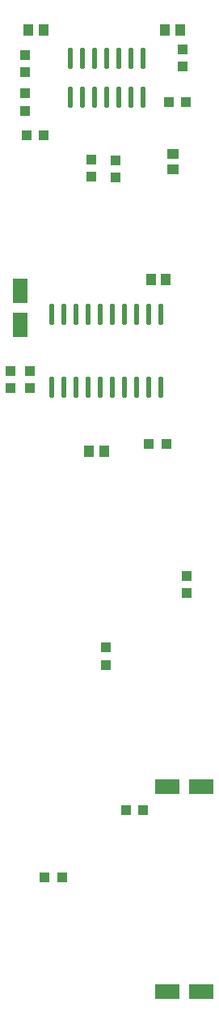
<source format=gbp>
G04 Layer_Color=128*
%FSLAX25Y25*%
%MOIN*%
G70*
G01*
G75*
%ADD16R,0.04331X0.04331*%
%ADD19R,0.04331X0.04331*%
%ADD35O,0.02165X0.09000*%
%ADD36R,0.06299X0.10236*%
%ADD37R,0.03937X0.05118*%
%ADD38R,0.05118X0.03937*%
%ADD39R,0.10236X0.06299*%
D16*
X-5906Y354331D02*
D03*
Y347244D02*
D03*
X-31496Y267323D02*
D03*
Y260236D02*
D03*
X-39370Y267323D02*
D03*
Y260236D02*
D03*
X3937Y353937D02*
D03*
Y346850D02*
D03*
X33465Y175984D02*
D03*
Y183071D02*
D03*
X-33465Y374410D02*
D03*
Y381496D02*
D03*
Y390158D02*
D03*
Y397244D02*
D03*
X0Y146457D02*
D03*
Y153543D02*
D03*
X31496Y392520D02*
D03*
Y399606D02*
D03*
D19*
X33071Y377953D02*
D03*
X25984D02*
D03*
X-25591Y364173D02*
D03*
X-32677D02*
D03*
X24819Y237417D02*
D03*
X17732D02*
D03*
X-25197Y59055D02*
D03*
X-18110D02*
D03*
X15354Y86614D02*
D03*
X8268D02*
D03*
D35*
X-22500Y290591D02*
D03*
X-17500D02*
D03*
X-12500D02*
D03*
X-7500D02*
D03*
X-2500D02*
D03*
X2500D02*
D03*
X7500D02*
D03*
X12500D02*
D03*
X17500D02*
D03*
X22500D02*
D03*
X-22500Y260591D02*
D03*
X-17500D02*
D03*
X-12500D02*
D03*
X-7500D02*
D03*
X-2500D02*
D03*
X2500D02*
D03*
X7500D02*
D03*
X12500D02*
D03*
X17500D02*
D03*
X22500D02*
D03*
X374Y379795D02*
D03*
X-4626D02*
D03*
X-9626D02*
D03*
X-14626D02*
D03*
X5374D02*
D03*
X10374D02*
D03*
X15374D02*
D03*
Y395795D02*
D03*
X10374D02*
D03*
X5374D02*
D03*
X374D02*
D03*
X-4626D02*
D03*
X-9626D02*
D03*
X-14626D02*
D03*
D36*
X-35433Y286221D02*
D03*
Y300394D02*
D03*
D37*
X24409Y407480D02*
D03*
X30709D02*
D03*
X-7086Y234252D02*
D03*
X-787D02*
D03*
X-31890Y407480D02*
D03*
X-25591D02*
D03*
X18504Y305118D02*
D03*
X24803D02*
D03*
D38*
X27559Y350394D02*
D03*
Y356693D02*
D03*
D39*
X39370Y96457D02*
D03*
X25197D02*
D03*
Y11811D02*
D03*
X39370D02*
D03*
M02*

</source>
